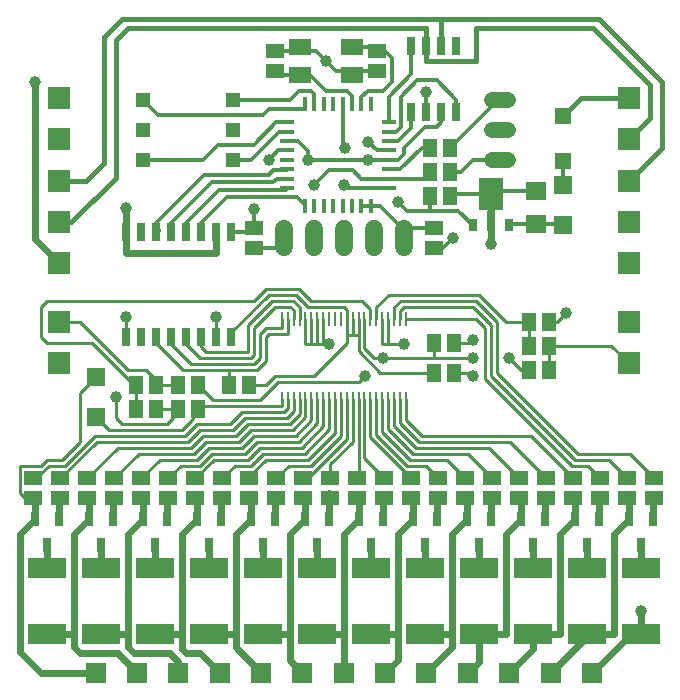
<source format=gbr>
G04 EAGLE Gerber RS-274X export*
G75*
%MOMM*%
%FSLAX34Y34*%
%LPD*%
%INTop Copper*%
%IPPOS*%
%AMOC8*
5,1,8,0,0,1.08239X$1,22.5*%
G01*
%ADD10R,0.250000X1.250000*%
%ADD11R,0.711200X1.524000*%
%ADD12R,1.300000X1.500000*%
%ADD13R,0.700000X1.100000*%
%ADD14R,0.700000X1.800000*%
%ADD15R,2.000000X2.800000*%
%ADD16R,1.400000X1.400000*%
%ADD17R,1.600000X1.600000*%
%ADD18R,1.308000X1.308000*%
%ADD19R,1.200000X0.400000*%
%ADD20R,0.400000X1.200000*%
%ADD21C,1.524000*%
%ADD22R,1.500000X1.300000*%
%ADD23R,1.900000X1.400000*%
%ADD24R,0.635000X1.270000*%
%ADD25R,3.200000X1.800000*%
%ADD26R,1.800000X1.800000*%
%ADD27C,1.320800*%
%ADD28R,1.800000X1.600000*%
%ADD29R,1.950000X1.950000*%
%ADD30C,0.254000*%
%ADD31C,0.609600*%
%ADD32C,1.006400*%
%ADD33C,0.304800*%
%ADD34C,0.406400*%


D10*
X252300Y269780D03*
X257300Y269780D03*
X262300Y269780D03*
X267300Y269780D03*
X272300Y269780D03*
X277300Y269780D03*
X282300Y269780D03*
X287300Y269780D03*
X292300Y269780D03*
X297300Y269780D03*
X302300Y269780D03*
X307300Y269780D03*
X312300Y269780D03*
X317300Y269780D03*
X322300Y269780D03*
X327300Y269780D03*
X332300Y269780D03*
X337300Y269780D03*
X342300Y269780D03*
X347300Y269780D03*
X352300Y269780D03*
X357300Y269780D03*
X357300Y337280D03*
X352300Y337280D03*
X347300Y337280D03*
X342300Y337280D03*
X337300Y337280D03*
X332300Y337280D03*
X327300Y337280D03*
X322300Y337280D03*
X317300Y337280D03*
X312300Y337280D03*
X307300Y337280D03*
X302300Y337280D03*
X297300Y337280D03*
X292300Y337280D03*
X287300Y337280D03*
X282300Y337280D03*
X277300Y337280D03*
X272300Y337280D03*
X267300Y337280D03*
X262300Y337280D03*
X257300Y337280D03*
X252300Y337280D03*
D11*
X209550Y411480D03*
X196850Y411480D03*
X184150Y411480D03*
X171450Y411480D03*
X158750Y411480D03*
X146050Y411480D03*
X133350Y411480D03*
X120650Y411480D03*
X120650Y322580D03*
X133350Y322580D03*
X146050Y322580D03*
X158750Y322580D03*
X171450Y322580D03*
X184150Y322580D03*
X196850Y322580D03*
X209550Y322580D03*
D12*
X181220Y261620D03*
X164220Y261620D03*
X381390Y317500D03*
X398390Y317500D03*
D13*
X444260Y416840D03*
X414260Y416840D03*
D14*
X429260Y420340D03*
D15*
X429260Y443340D03*
D12*
X377580Y441960D03*
X394580Y441960D03*
D16*
X490220Y471220D03*
X490220Y509220D03*
D17*
X490220Y451340D03*
X490220Y417340D03*
D12*
X224400Y281940D03*
X207400Y281940D03*
X381390Y292100D03*
X398390Y292100D03*
X478400Y294640D03*
X461400Y294640D03*
X478400Y335280D03*
X461400Y335280D03*
D18*
X134620Y523240D03*
X210820Y472440D03*
X134620Y472440D03*
X210820Y523240D03*
X210820Y497840D03*
X134620Y497840D03*
D11*
X361950Y513080D03*
X374650Y513080D03*
X387350Y513080D03*
X400050Y513080D03*
X400050Y568960D03*
X387350Y568960D03*
X374650Y568960D03*
X361950Y568960D03*
D19*
X342720Y472250D03*
X342720Y464250D03*
X342720Y456250D03*
X342720Y448250D03*
X342720Y480250D03*
X342720Y488250D03*
X342720Y496250D03*
X342720Y504250D03*
X256720Y472250D03*
X256720Y464250D03*
X256720Y456250D03*
X256720Y448250D03*
X256720Y480250D03*
X256720Y488250D03*
X256720Y496250D03*
X256720Y504250D03*
D20*
X303720Y433250D03*
X311720Y433250D03*
X319720Y433250D03*
X327720Y433250D03*
X295720Y433250D03*
X287720Y433250D03*
X279720Y433250D03*
X271720Y433250D03*
X303720Y519250D03*
X311720Y519250D03*
X319720Y519250D03*
X327720Y519250D03*
X295720Y519250D03*
X287720Y519250D03*
X279720Y519250D03*
X271720Y519250D03*
D21*
X254000Y414020D02*
X254000Y398780D01*
X279400Y398780D02*
X279400Y414020D01*
X304800Y414020D02*
X304800Y398780D01*
X330200Y398780D02*
X330200Y414020D01*
X355600Y414020D02*
X355600Y398780D01*
D22*
X381000Y397900D03*
X381000Y414900D03*
D12*
X377580Y482600D03*
X394580Y482600D03*
X164220Y281940D03*
X181220Y281940D03*
X145660Y261620D03*
X128660Y261620D03*
D23*
X267560Y544260D03*
X311560Y544260D03*
X311560Y568260D03*
X267560Y568260D03*
D22*
X332740Y564760D03*
X332740Y547760D03*
X246380Y547760D03*
X246380Y564760D03*
D24*
X63340Y168480D03*
X53340Y146480D03*
X43340Y168480D03*
D22*
X64770Y185810D03*
X64770Y202810D03*
X41910Y185810D03*
X41910Y202810D03*
D25*
X53340Y71060D03*
X53340Y127060D03*
D22*
X87630Y185810D03*
X87630Y202810D03*
D24*
X109060Y168480D03*
X99060Y146480D03*
X89060Y168480D03*
D22*
X110490Y185810D03*
X110490Y202810D03*
D25*
X99060Y71060D03*
X99060Y127060D03*
D22*
X133350Y185810D03*
X133350Y202810D03*
D17*
X95250Y288780D03*
X95250Y254780D03*
D22*
X179070Y185810D03*
X179070Y202810D03*
X201930Y185810D03*
X201930Y202810D03*
X224790Y185810D03*
X224790Y202810D03*
X247650Y185810D03*
X247650Y202810D03*
X270510Y185810D03*
X270510Y202810D03*
X293370Y185810D03*
X293370Y202810D03*
X316230Y185810D03*
X316230Y202810D03*
X339090Y185810D03*
X339090Y202810D03*
X361950Y185810D03*
X361950Y202810D03*
X384810Y185810D03*
X384810Y202810D03*
D24*
X154780Y168480D03*
X144780Y146480D03*
X134780Y168480D03*
X200500Y168480D03*
X190500Y146480D03*
X180500Y168480D03*
D22*
X156210Y185810D03*
X156210Y202810D03*
D24*
X246220Y168480D03*
X236220Y146480D03*
X226220Y168480D03*
X291940Y168480D03*
X281940Y146480D03*
X271940Y168480D03*
X337660Y168480D03*
X327660Y146480D03*
X317660Y168480D03*
X383380Y168480D03*
X373380Y146480D03*
X363380Y168480D03*
D22*
X407670Y185810D03*
X407670Y202810D03*
X430530Y185810D03*
X430530Y202810D03*
X453390Y185810D03*
X453390Y202810D03*
X476250Y185810D03*
X476250Y202810D03*
X499110Y185810D03*
X499110Y202810D03*
X521970Y185810D03*
X521970Y202810D03*
X544830Y185810D03*
X544830Y202810D03*
D24*
X429100Y168480D03*
X419100Y146480D03*
X409100Y168480D03*
X474820Y168480D03*
X464820Y146480D03*
X454820Y168480D03*
X520540Y168480D03*
X510540Y146480D03*
X500540Y168480D03*
D22*
X567690Y185810D03*
X567690Y202810D03*
D24*
X566260Y168480D03*
X556260Y146480D03*
X546260Y168480D03*
D25*
X144780Y71060D03*
X144780Y127060D03*
X190500Y71060D03*
X190500Y127060D03*
X236220Y71060D03*
X236220Y127060D03*
X281940Y71060D03*
X281940Y127060D03*
X327660Y71060D03*
X327660Y127060D03*
X373380Y71060D03*
X373380Y127060D03*
X419100Y71060D03*
X419100Y127060D03*
X464820Y71060D03*
X464820Y127060D03*
X510540Y71060D03*
X510540Y127060D03*
X556260Y71060D03*
X556260Y127060D03*
D26*
X94800Y38100D03*
X129800Y38100D03*
X164800Y38100D03*
X199800Y38100D03*
X234800Y38100D03*
X269800Y38100D03*
X304800Y38100D03*
X339800Y38100D03*
X374800Y38100D03*
X409800Y38100D03*
X444800Y38100D03*
X479800Y38100D03*
X514800Y38100D03*
D27*
X443484Y523240D02*
X430276Y523240D01*
X430276Y497840D02*
X443484Y497840D01*
X443484Y472440D02*
X430276Y472440D01*
D12*
X394580Y462280D03*
X377580Y462280D03*
X478400Y314960D03*
X461400Y314960D03*
X145660Y281940D03*
X128660Y281940D03*
D28*
X467360Y417800D03*
X467360Y445800D03*
D22*
X228600Y397900D03*
X228600Y414900D03*
D29*
X63500Y384660D03*
X63500Y419660D03*
X63500Y454660D03*
X63500Y489660D03*
X63500Y524660D03*
X546100Y524660D03*
X546100Y489660D03*
X546100Y454660D03*
X546100Y419660D03*
X546100Y384660D03*
X546100Y335000D03*
X546100Y300000D03*
X63500Y300000D03*
X63500Y335000D03*
D30*
X342300Y337280D02*
X342300Y316230D01*
X355600Y316230D01*
X337300Y316230D02*
X337300Y337280D01*
X337300Y316230D02*
X342300Y316230D01*
X287300Y316230D02*
X287300Y337280D01*
X287300Y316230D02*
X292100Y316230D01*
X282300Y316230D02*
X282300Y337280D01*
X282300Y316230D02*
X292100Y316230D01*
X277300Y316230D02*
X277300Y337280D01*
X277300Y316230D02*
X292100Y316230D01*
X272300Y316230D02*
X272300Y337280D01*
X272300Y316230D02*
X292100Y316230D01*
D31*
X547760Y71060D02*
X514800Y38100D01*
X547760Y71060D02*
X556260Y71060D01*
X556260Y90170D01*
D30*
X196926Y322656D02*
X196850Y322580D01*
X196926Y322656D02*
X196926Y339090D01*
X120650Y339090D02*
X120650Y322580D01*
X398390Y317500D02*
X411480Y317500D01*
X414020Y320040D01*
X411480Y292100D02*
X398390Y292100D01*
X411480Y292100D02*
X414020Y289560D01*
X478400Y335280D02*
X485140Y335280D01*
X492760Y342900D01*
X164220Y261620D02*
X145660Y261620D01*
X159140Y253120D02*
X164220Y261620D01*
X159140Y253120D02*
X154940Y248920D01*
X116840Y248920D01*
X111760Y254000D01*
X111760Y271780D01*
D32*
X196926Y339090D03*
X292100Y316230D03*
X355600Y316230D03*
X120650Y339090D03*
X111760Y271780D03*
X556260Y90170D03*
X492760Y342900D03*
X414020Y320040D03*
X414020Y289560D03*
D30*
X262300Y337280D02*
X262300Y344760D01*
X259080Y347980D01*
X246380Y347980D01*
X228600Y330200D01*
X228600Y307340D01*
X226060Y304800D01*
X171450Y316230D02*
X171450Y322580D01*
X171450Y316230D02*
X182880Y304800D01*
X226060Y304800D01*
X267300Y337280D02*
X267300Y347380D01*
X261620Y353060D01*
X243840Y353060D01*
X223520Y332740D01*
X223520Y309880D01*
X184150Y313690D02*
X184150Y322580D01*
X184150Y313690D02*
X187960Y309880D01*
X223520Y309880D01*
X257300Y325120D02*
X257300Y337280D01*
X257300Y325120D02*
X241300Y325120D01*
X238760Y322580D01*
X238760Y302260D01*
X231140Y294640D01*
X146050Y317250D02*
X146050Y322580D01*
X207400Y294640D02*
X207400Y281940D01*
X207400Y294640D02*
X231140Y294640D01*
X168660Y294640D02*
X146050Y317250D01*
X168660Y294640D02*
X207400Y294640D01*
X252300Y330200D02*
X252300Y337280D01*
X252300Y330200D02*
X238760Y330200D01*
X233680Y325120D01*
X233680Y304800D01*
X228600Y299720D01*
X158750Y316230D02*
X158750Y322580D01*
X158750Y316230D02*
X175260Y299720D01*
X228600Y299720D01*
X317300Y323850D02*
X317300Y337280D01*
X312300Y337280D02*
X312300Y323850D01*
X317300Y323850D01*
X307300Y323850D02*
X307300Y337280D01*
X307300Y323850D02*
X312300Y323850D01*
X307300Y337280D02*
X307300Y345480D01*
X304800Y347980D01*
X274320Y347980D01*
X264160Y358140D01*
X241300Y358140D01*
X209550Y326390D01*
X209550Y322580D01*
X307300Y323850D02*
X307300Y317460D01*
X279400Y289560D01*
X246380Y289560D01*
X238760Y281940D01*
X224400Y281940D01*
X335280Y292100D02*
X381390Y292100D01*
X335280Y292100D02*
X317300Y310080D01*
X317300Y323850D01*
X252300Y269780D02*
X252300Y264160D01*
X106190Y243840D02*
X95250Y254780D01*
X178680Y264160D02*
X252300Y264160D01*
X181220Y261620D02*
X178680Y264160D01*
X181220Y261620D02*
X176140Y252340D01*
X167640Y243840D01*
X106190Y243840D01*
D31*
X196850Y393700D02*
X196850Y411480D01*
D33*
X332550Y480250D02*
X342720Y480250D01*
X332550Y480250D02*
X325120Y487680D01*
D31*
X196850Y393700D02*
X120650Y393700D01*
X120650Y411480D01*
X120650Y431800D01*
D33*
X374650Y513080D02*
X374650Y529590D01*
X397510Y406400D02*
X389010Y397900D01*
X381000Y397900D01*
X254000Y397900D02*
X228600Y397900D01*
X254000Y397900D02*
X254000Y406400D01*
X246380Y564760D02*
X281060Y564760D01*
X289560Y556260D01*
X298060Y547760D02*
X332740Y547760D01*
X298060Y547760D02*
X289560Y556260D01*
X429260Y443340D02*
X431720Y445800D01*
X467360Y445800D01*
D31*
X429260Y443340D02*
X429260Y401320D01*
D33*
X256720Y480250D02*
X249110Y480250D01*
X241300Y472440D01*
X394580Y443340D02*
X394580Y441960D01*
X394580Y443340D02*
X429260Y443340D01*
D32*
X120650Y431800D03*
X241300Y472440D03*
X325120Y487680D03*
X374650Y529590D03*
X397510Y406400D03*
X289560Y556260D03*
X429260Y401320D03*
D33*
X490220Y451340D02*
X490220Y471220D01*
X228600Y430530D02*
X228600Y414900D01*
X228600Y411480D02*
X209550Y411480D01*
X228600Y411480D02*
X228600Y414900D01*
X373380Y500380D02*
X383540Y500380D01*
X387350Y504190D01*
X387350Y513080D01*
X266130Y488250D02*
X256720Y488250D01*
X266130Y488250D02*
X274320Y480060D01*
X274320Y472440D02*
X274510Y472250D01*
X274320Y472440D02*
X274320Y480060D01*
X325120Y472250D02*
X342720Y472250D01*
X325120Y472250D02*
X274510Y472250D01*
X325120Y472250D02*
X325120Y472440D01*
X355600Y482600D02*
X373380Y500380D01*
X355600Y482600D02*
X355600Y477520D01*
X350330Y472250D01*
X342720Y472250D01*
X350520Y436880D02*
X358140Y429260D01*
X365760Y429260D01*
X377580Y429260D02*
X401840Y429260D01*
X414260Y416840D01*
X377580Y429260D02*
X377580Y441960D01*
X377580Y429260D02*
X365760Y429260D01*
D32*
X274320Y472440D03*
X228600Y430530D03*
X325120Y472440D03*
X350520Y436880D03*
D30*
X322300Y337280D02*
X322300Y312700D01*
X248920Y284480D02*
X233680Y269240D01*
X322300Y312700D02*
X330200Y304800D01*
X381390Y304800D02*
X414020Y304800D01*
X381390Y304800D02*
X381390Y317500D01*
X337820Y304800D02*
X330200Y304800D01*
X337820Y304800D02*
X381390Y304800D01*
X454660Y294640D02*
X461400Y294640D01*
X454660Y294640D02*
X444500Y304800D01*
X317500Y284480D02*
X248920Y284480D01*
X317500Y284480D02*
X322580Y289560D01*
X233680Y269240D02*
X193920Y269240D01*
X181220Y281940D01*
D32*
X414020Y304800D03*
X444500Y304800D03*
X337820Y304800D03*
X322580Y289560D03*
D30*
X332300Y337280D02*
X332300Y347540D01*
X342900Y358140D01*
X419100Y358140D01*
X461400Y335280D02*
X461400Y314960D01*
X461400Y335280D02*
X441960Y335280D01*
X419100Y358140D01*
D34*
X505660Y524660D02*
X546100Y524660D01*
X505660Y524660D02*
X490220Y509220D01*
D31*
X63500Y384660D02*
X43180Y404980D01*
X43180Y538480D01*
D32*
X43180Y538480D03*
D34*
X147320Y412750D02*
X146050Y411480D01*
D33*
X256720Y463550D02*
X256720Y464250D01*
X256720Y463550D02*
X245110Y463550D01*
X241300Y459740D01*
X186690Y459740D01*
X146050Y419100D02*
X146050Y411480D01*
X146050Y419100D02*
X186690Y459740D01*
X158750Y419100D02*
X158750Y411480D01*
X158750Y419100D02*
X193040Y453390D01*
X247970Y456250D02*
X256720Y456250D01*
X247970Y456250D02*
X245110Y453390D01*
X193040Y453390D01*
X171450Y419100D02*
X171450Y411480D01*
X171450Y419100D02*
X199390Y447040D01*
X255510Y447040D01*
X256720Y448250D01*
X184150Y419100D02*
X184150Y411480D01*
X265430Y440690D02*
X271720Y434400D01*
X271720Y433250D01*
X265430Y440690D02*
X205740Y440690D01*
X184150Y419100D01*
X489760Y417800D02*
X490220Y417340D01*
X489760Y417800D02*
X467360Y417800D01*
X445220Y417800D02*
X444260Y416840D01*
X445220Y417800D02*
X467360Y417800D01*
D30*
X417100Y337280D02*
X357300Y337280D01*
X417100Y337280D02*
X424180Y330200D01*
X424180Y287020D01*
X497840Y213360D01*
X511420Y213360D01*
X521970Y202810D01*
X352300Y337280D02*
X352300Y344680D01*
X355600Y347980D01*
X414020Y347980D01*
X429260Y332740D01*
X429260Y289560D01*
X500380Y218440D01*
X529200Y218440D01*
X544830Y202810D01*
X347300Y337280D02*
X347300Y347300D01*
X353060Y353060D01*
X416560Y353060D01*
X434340Y335280D01*
X434340Y292100D01*
X502920Y223520D01*
X546980Y223520D01*
X567690Y202810D01*
D33*
X327720Y433250D02*
X319720Y433250D01*
X327720Y433250D02*
X335100Y433250D01*
X355600Y412750D01*
X355600Y406400D01*
X355600Y414900D02*
X381000Y414900D01*
X355600Y414900D02*
X355600Y406400D01*
X342720Y456250D02*
X319720Y456250D01*
X312420Y463550D01*
X292100Y463550D01*
X279400Y450850D01*
X371550Y456250D02*
X377580Y462280D01*
X371550Y456250D02*
X342720Y456250D01*
D32*
X279400Y450850D03*
D33*
X307340Y448250D02*
X342720Y448250D01*
X307340Y448250D02*
X304800Y450850D01*
D32*
X304800Y450850D03*
D33*
X303720Y484950D02*
X303720Y519250D01*
X303720Y484950D02*
X306070Y482600D01*
D32*
X306070Y482600D03*
D33*
X383540Y539750D02*
X400050Y523240D01*
X400050Y513080D01*
X383540Y539750D02*
X367030Y539750D01*
X348930Y496250D02*
X342720Y496250D01*
X348930Y496250D02*
X353060Y500380D01*
X353060Y525780D01*
X367030Y539750D01*
X351090Y488250D02*
X342720Y488250D01*
X361950Y499110D02*
X361950Y513080D01*
X361950Y499110D02*
X351090Y488250D01*
D34*
X374650Y556260D02*
X374650Y568960D01*
X374650Y556260D02*
X416560Y556260D01*
X416560Y584200D01*
X374650Y584200D02*
X374650Y568960D01*
X374650Y584200D02*
X121920Y584200D01*
X111760Y574040D01*
X111760Y457200D01*
X74220Y419660D02*
X63500Y419660D01*
X74220Y419660D02*
X111760Y457200D01*
X416560Y584200D02*
X515620Y584200D01*
X563880Y535940D01*
X563880Y507440D01*
X546100Y489660D01*
X387350Y568960D02*
X387350Y591820D01*
X520700Y591820D01*
X574040Y538480D01*
X574040Y482600D01*
X546100Y454660D01*
X86360Y454660D02*
X63500Y454660D01*
X86360Y454660D02*
X101600Y469900D01*
X116840Y591820D02*
X387350Y591820D01*
X116840Y591820D02*
X101600Y576580D01*
X101600Y469900D01*
D33*
X279720Y519250D02*
X279720Y528000D01*
X276860Y530860D01*
X266700Y530860D01*
X259080Y523240D01*
X210820Y523240D01*
X147320Y510540D02*
X134620Y523240D01*
X147320Y510540D02*
X236220Y510540D01*
X241300Y515620D01*
X271720Y515620D01*
X271720Y519250D01*
X256720Y504250D02*
X247710Y504250D01*
X228600Y485140D01*
X198120Y485140D01*
X185420Y472440D01*
X134620Y472440D01*
X249870Y496250D02*
X256720Y496250D01*
X249870Y496250D02*
X226060Y472440D01*
X210820Y472440D01*
D30*
X327300Y345800D02*
X327300Y337280D01*
X327300Y345800D02*
X320040Y353060D01*
X276860Y353060D01*
X266700Y363220D01*
X128660Y281940D02*
X128660Y261620D01*
X238760Y363220D02*
X266700Y363220D01*
X238760Y363220D02*
X228600Y353060D01*
X128660Y281940D02*
X127000Y276860D01*
X127000Y281940D02*
X128660Y281940D01*
X127000Y281940D02*
X91440Y317500D01*
X53340Y317500D01*
X48260Y322580D01*
X48260Y347980D01*
X53340Y353060D01*
X228600Y353060D01*
D33*
X332740Y564760D02*
X330510Y568260D01*
X311560Y568260D01*
X319720Y525460D02*
X319720Y519250D01*
X319720Y525460D02*
X325120Y530860D01*
X337820Y530860D01*
X345440Y538480D01*
X345440Y558800D01*
X339480Y564760D01*
X332740Y564760D01*
X311720Y526480D02*
X311720Y519250D01*
X311720Y526480D02*
X307340Y530860D01*
X267560Y544260D02*
X249880Y544260D01*
X246380Y547760D01*
X267560Y544260D02*
X276160Y544260D01*
X289560Y530860D01*
X307340Y530860D01*
X370840Y482600D02*
X377580Y482600D01*
X370840Y482600D02*
X352490Y464250D01*
X342720Y464250D01*
D31*
X53340Y146480D02*
X53340Y127060D01*
X63340Y184380D02*
X64770Y185810D01*
X63340Y184380D02*
X63340Y168480D01*
X48260Y38100D02*
X94800Y38100D01*
X48260Y38100D02*
X30480Y55880D01*
X30480Y155620D01*
X43340Y168480D01*
X43340Y184380D01*
X41910Y185810D01*
D30*
X35170Y185810D01*
X30480Y190500D01*
X30480Y213360D01*
X48260Y213360D01*
X53340Y218440D01*
X66040Y218440D01*
X81280Y233680D01*
X81280Y274810D01*
X95250Y288780D01*
X257300Y269780D02*
X257300Y262380D01*
X254000Y259080D01*
X218440Y259080D01*
X208280Y248920D01*
X180340Y248920D01*
X170180Y238760D01*
X93980Y238760D01*
X68580Y213360D01*
X55000Y213360D01*
X44450Y202810D01*
X41910Y202810D01*
X262300Y259760D02*
X262300Y269780D01*
X262300Y259760D02*
X256540Y254000D01*
X220980Y254000D01*
X210820Y243840D01*
X182880Y243840D01*
X172720Y233680D01*
X95640Y233680D01*
X64770Y202810D01*
X267300Y257140D02*
X267300Y269780D01*
X267300Y257140D02*
X259080Y248920D01*
X223520Y248920D01*
X213360Y238760D01*
X185420Y238760D01*
X175260Y228600D01*
X113420Y228600D01*
X87630Y202810D01*
D31*
X113290Y54610D02*
X129800Y38100D01*
X76200Y155620D02*
X89060Y168480D01*
X76200Y155620D02*
X76200Y71060D01*
X76200Y59690D02*
X81280Y54610D01*
X113290Y54610D01*
X76200Y71060D02*
X53340Y71060D01*
X76200Y71060D02*
X76200Y59690D01*
X89060Y184380D02*
X87630Y185810D01*
X89060Y184380D02*
X89060Y168480D01*
X99060Y146480D02*
X99060Y127060D01*
X121920Y155620D02*
X134780Y168480D01*
X121920Y155620D02*
X121920Y71060D01*
X121920Y59690D02*
X127000Y54610D01*
X164800Y47290D02*
X164800Y38100D01*
X164800Y47290D02*
X157480Y54610D01*
X127000Y54610D01*
X121920Y71060D02*
X99060Y71060D01*
X121920Y71060D02*
X121920Y59690D01*
X134780Y184380D02*
X133350Y185810D01*
X134780Y184380D02*
X134780Y168480D01*
D30*
X277300Y251900D02*
X277300Y269780D01*
X277300Y251900D02*
X264160Y238760D01*
X228600Y238760D01*
X218440Y228600D01*
X190500Y228600D01*
X180340Y218440D01*
X148980Y218440D01*
X133350Y202810D01*
X272300Y254520D02*
X272300Y269780D01*
X272300Y254520D02*
X261620Y243840D01*
X226060Y243840D01*
X215900Y233680D01*
X187960Y233680D01*
X177800Y223520D01*
X131200Y223520D01*
X110490Y202810D01*
D31*
X110490Y185810D02*
X109060Y184380D01*
X109060Y168480D01*
X144780Y146480D02*
X144780Y127060D01*
D30*
X287300Y246660D02*
X287300Y269780D01*
X287300Y246660D02*
X269240Y228600D01*
X233680Y228600D01*
X223520Y218440D01*
X194700Y218440D01*
X179070Y202810D01*
X297300Y241420D02*
X297300Y269780D01*
X297300Y241420D02*
X274320Y218440D01*
X238760Y218440D01*
X224790Y204470D01*
X224790Y202810D01*
X307300Y236180D02*
X307300Y269780D01*
X307300Y236180D02*
X276860Y205740D01*
X273440Y205740D01*
X270510Y202810D01*
X317300Y203880D02*
X317300Y269780D01*
X317300Y203880D02*
X316230Y202810D01*
X327300Y237460D02*
X327300Y269780D01*
X327300Y237460D02*
X361950Y202810D01*
X337300Y241820D02*
X337300Y269780D01*
X337300Y241820D02*
X360680Y218440D01*
X392040Y218440D01*
X407670Y202810D01*
X347300Y247060D02*
X347300Y269780D01*
X347300Y247060D02*
X365760Y228600D01*
X427600Y228600D01*
X453390Y202810D01*
X357300Y252300D02*
X357300Y269780D01*
X357300Y252300D02*
X370840Y238760D01*
X463160Y238760D01*
X499110Y202810D01*
D31*
X180500Y168480D02*
X167640Y155620D01*
X167640Y71060D01*
X167640Y58420D02*
X171450Y54610D01*
X183290Y54610D01*
X199800Y38100D01*
X167640Y71060D02*
X144780Y71060D01*
X167640Y71060D02*
X167640Y58420D01*
X180500Y184380D02*
X179070Y185810D01*
X180500Y184380D02*
X180500Y168480D01*
X213360Y155620D02*
X226220Y168480D01*
X213360Y155620D02*
X213360Y71060D01*
X213360Y59540D02*
X234800Y38100D01*
X213360Y71060D02*
X190500Y71060D01*
X213360Y71060D02*
X213360Y59540D01*
X226220Y184380D02*
X224790Y185810D01*
X226220Y184380D02*
X226220Y168480D01*
X190500Y146480D02*
X190500Y127060D01*
X200500Y184380D02*
X201930Y185810D01*
X200500Y184380D02*
X200500Y168480D01*
X156210Y185810D02*
X154780Y184380D01*
X154780Y168480D01*
X246220Y184380D02*
X247650Y185810D01*
X246220Y184380D02*
X246220Y168480D01*
X292100Y187080D02*
X293370Y185810D01*
X292100Y187080D02*
X292100Y190500D01*
X291940Y190340D01*
X291940Y168480D01*
X337660Y184380D02*
X339090Y185810D01*
X337660Y184380D02*
X337660Y168480D01*
X566260Y184380D02*
X567690Y185810D01*
X566260Y184380D02*
X566260Y168480D01*
X384810Y185810D02*
X383380Y184380D01*
X383380Y168480D01*
X429100Y184380D02*
X430530Y185810D01*
X429100Y184380D02*
X429100Y168480D01*
X474820Y184380D02*
X476250Y185810D01*
X474820Y184380D02*
X474820Y168480D01*
X520540Y184380D02*
X521970Y185810D01*
X520540Y184380D02*
X520540Y168480D01*
X533400Y155620D02*
X546260Y168480D01*
X533400Y155620D02*
X533400Y71060D01*
X510540Y71060D01*
X510540Y68840D02*
X479800Y38100D01*
X510540Y68840D02*
X510540Y71060D01*
X546260Y184380D02*
X544830Y185810D01*
X546260Y184380D02*
X546260Y168480D01*
X464820Y58120D02*
X444800Y38100D01*
X464820Y58120D02*
X464820Y71060D01*
X487680Y71060D01*
X487680Y155620D02*
X500540Y168480D01*
X487680Y155620D02*
X487680Y71060D01*
X500540Y184380D02*
X499110Y185810D01*
X500540Y184380D02*
X500540Y168480D01*
X454820Y168480D02*
X441960Y155620D01*
X419100Y47400D02*
X409800Y38100D01*
X419100Y47400D02*
X419100Y71060D01*
X441960Y71060D02*
X441960Y155620D01*
X441960Y71060D02*
X419100Y71060D01*
X454820Y184380D02*
X453390Y185810D01*
X454820Y184380D02*
X454820Y168480D01*
X510540Y146480D02*
X510540Y127060D01*
X556260Y127060D02*
X556260Y146480D01*
X464820Y146480D02*
X464820Y127060D01*
X409100Y168480D02*
X396240Y155620D01*
X396240Y71060D02*
X396240Y59540D01*
X374800Y38100D01*
X373380Y71060D02*
X396240Y71060D01*
X396240Y155620D01*
X409100Y184380D02*
X407670Y185810D01*
X409100Y184380D02*
X409100Y168480D01*
X419100Y146480D02*
X419100Y127060D01*
X363380Y168480D02*
X350520Y155620D01*
X350520Y71060D01*
X350520Y48820D02*
X339800Y38100D01*
X350520Y71060D02*
X327660Y71060D01*
X350520Y71060D02*
X350520Y48820D01*
X363380Y184380D02*
X361950Y185810D01*
X363380Y184380D02*
X363380Y168480D01*
X373380Y146480D02*
X373380Y127060D01*
X317660Y168480D02*
X304800Y155620D01*
X304800Y71060D01*
X281940Y71060D01*
X304800Y71060D02*
X304800Y38100D01*
X317660Y184380D02*
X316230Y185810D01*
X317660Y184380D02*
X317660Y168480D01*
X271940Y168480D02*
X259080Y155620D01*
X259080Y48820D02*
X269800Y38100D01*
X259080Y71060D02*
X259080Y155620D01*
X259080Y71060D02*
X236220Y71060D01*
X259080Y71060D02*
X259080Y48820D01*
X271940Y184380D02*
X270510Y185810D01*
X271940Y184380D02*
X271940Y168480D01*
X281940Y146480D02*
X281940Y127060D01*
X327660Y127060D02*
X327660Y146480D01*
X236220Y146480D02*
X236220Y127060D01*
D30*
X282300Y249280D02*
X282300Y269780D01*
X282300Y249280D02*
X266700Y233680D01*
X231140Y233680D01*
X220980Y223520D01*
X193040Y223520D01*
X182880Y213360D01*
X166760Y213360D01*
X156210Y202810D01*
X292300Y244040D02*
X292300Y269780D01*
X292300Y244040D02*
X271780Y223520D01*
X236220Y223520D01*
X226060Y213360D01*
X212480Y213360D01*
X201930Y202810D01*
X247650Y202810D02*
X258200Y213360D01*
X302300Y238800D02*
X302300Y269780D01*
X302300Y238800D02*
X276860Y213360D01*
X258200Y213360D01*
X312300Y233560D02*
X312300Y269780D01*
X312300Y233560D02*
X293370Y214630D01*
X293370Y202810D01*
X322300Y219600D02*
X322300Y269780D01*
X322300Y219600D02*
X339090Y202810D01*
X332300Y239200D02*
X332300Y269780D01*
X332300Y239200D02*
X358140Y213360D01*
X374260Y213360D01*
X384810Y202810D01*
X342300Y244440D02*
X342300Y269780D01*
X342300Y244440D02*
X363220Y223520D01*
X409820Y223520D01*
X430530Y202810D01*
X352300Y249680D02*
X352300Y269780D01*
X352300Y249680D02*
X368300Y233680D01*
X445380Y233680D01*
X476250Y202810D01*
D33*
X361950Y544830D02*
X361950Y568960D01*
X342720Y525600D02*
X342720Y504250D01*
X342720Y525600D02*
X361950Y544830D01*
X435220Y523240D02*
X436880Y523240D01*
X435220Y523240D02*
X394580Y482600D01*
X414020Y472440D02*
X436880Y472440D01*
X414020Y472440D02*
X403860Y462280D01*
X394580Y462280D01*
D30*
X478400Y314960D02*
X478400Y294640D01*
X478400Y314960D02*
X531140Y314960D01*
X546100Y300000D01*
X164220Y281940D02*
X145660Y281940D01*
X81560Y335000D02*
X63500Y335000D01*
X81560Y335000D02*
X121920Y294640D01*
X137160Y294640D01*
X144780Y287020D01*
X144780Y282820D01*
X145660Y281940D01*
M02*

</source>
